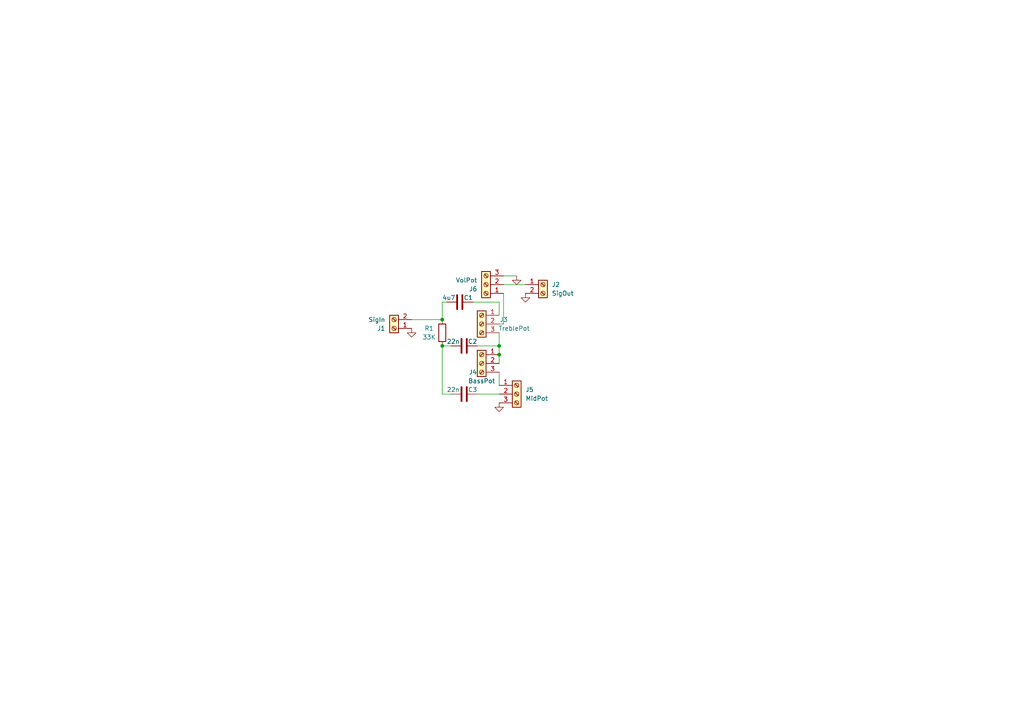
<source format=kicad_sch>
(kicad_sch (version 20230121) (generator eeschema)
  (paper "A4")
  (lib_symbols
    (symbol "Connector:Screw_Terminal_01x02" (pin_names (offset 1.016) hide)
      (property "Reference" "J" (at 0 2.54 0))
      (property "Value" "Screw_Terminal_01x02" (at 0 -5.08 0))
      (symbol "Screw_Terminal_01x02_1_1"
        (rectangle (start -1.27 1.27) (end 1.27 -3.81) (stroke (width 0.254)) (fill (type background)))
        (circle (center 0 -2.54) (radius 0.635) (stroke (width 0.1524)))
        (polyline (pts (xy -0.5334 -2.2098) (xy 0.3302 -3.048)) (stroke (width 0.1524)))
        (polyline (pts (xy -0.5334 0.3302) (xy 0.3302 -0.508)) (stroke (width 0.1524)))
        (polyline (pts (xy -0.3556 -2.032) (xy 0.508 -2.8702)) (stroke (width 0.1524)))
        (polyline (pts (xy -0.3556 0.508) (xy 0.508 -0.3302)) (stroke (width 0.1524)))
        (circle (center 0 0) (radius 0.635) (stroke (width 0.1524)))
        (pin passive line (at -5.08 0 0) (length 3.81) (name "Pin_1") (number "1"))
        (pin passive line (at -5.08 -2.54 0) (length 3.81) (name "Pin_2") (number "2"))
      )
    )
    (symbol "Connector:Screw_Terminal_01x03" (pin_names (offset 1.016) hide)
      (property "Reference" "J" (at 0 5.08 0))
      (property "Value" "Screw_Terminal_01x03" (at 0 -5.08 0))
      (symbol "Screw_Terminal_01x03_1_1"
        (rectangle (start -1.27 3.81) (end 1.27 -3.81) (stroke (width 0.254)) (fill (type background)))
        (circle (center 0 -2.54) (radius 0.635) (stroke (width 0.1524)))
        (polyline (pts (xy -0.5334 -2.2098) (xy 0.3302 -3.048)) (stroke (width 0.1524)))
        (polyline (pts (xy -0.5334 0.3302) (xy 0.3302 -0.508)) (stroke (width 0.1524)))
        (polyline (pts (xy -0.5334 2.8702) (xy 0.3302 2.032)) (stroke (width 0.1524)))
        (polyline (pts (xy -0.3556 -2.032) (xy 0.508 -2.8702)) (stroke (width 0.1524)))
        (polyline (pts (xy -0.3556 0.508) (xy 0.508 -0.3302)) (stroke (width 0.1524)))
        (polyline (pts (xy -0.3556 3.048) (xy 0.508 2.2098)) (stroke (width 0.1524)))
        (circle (center 0 0) (radius 0.635) (stroke (width 0.1524)))
        (circle (center 0 2.54) (radius 0.635) (stroke (width 0.1524)))
        (pin passive line (at -5.08 2.54 0) (length 3.81) (name "Pin_1") (number "1"))
        (pin passive line (at -5.08 0 0) (length 3.81) (name "Pin_2") (number "2"))
        (pin passive line (at -5.08 -2.54 0) (length 3.81) (name "Pin_3") (number "3"))
      )
    )
    (symbol "Device:C" (pin_numbers hide) (pin_names (offset 0.254))
      (property "Reference" "C" (at 0.635 2.54 0))
      (property "Value" "C" (at 0.635 -2.54 0))
      (symbol "C_0_1"
        (polyline (pts (xy -2.032 -0.762) (xy 2.032 -0.762)) (stroke (width 0.508)))
        (polyline (pts (xy -2.032 0.762) (xy 2.032 0.762)) (stroke (width 0.508)))
      )
      (symbol "C_1_1"
        (pin passive line (at 0 3.81 270) (length 2.794) (name "~") (number "1"))
        (pin passive line (at 0 -3.81 90) (length 2.794) (name "~") (number "2"))
      )
    )
    (symbol "Device:R" (pin_numbers hide) (pin_names (offset 0))
      (property "Reference" "R" (at 2.032 0 90))
      (property "Value" "R" (at 0 0 90))
      (symbol "R_0_1"
        (rectangle (start -1.016 -2.54) (end 1.016 2.54) (stroke (width 0.254)))
      )
      (symbol "R_1_1"
        (pin passive line (at 0 3.81 270) (length 1.27) (name "~") (number "1"))
        (pin passive line (at 0 -3.81 90) (length 1.27) (name "~") (number "2"))
      )
    )
    (symbol "power:GND" (power) (pin_names (offset 0))
      (property "Value" "GND" (at 0 -3.81 0))
      (symbol "GND_0_1"
        (polyline (pts (xy 0 0) (xy 0 -1.27) (xy 1.27 -1.27) (xy 0 -2.54) (xy -1.27 -1.27) (xy 0 -1.27)))
      )
      (symbol "GND_1_1"
        (pin power_in line (at 0 0 270) (length 0) hide (name "GND") (number "1"))
      )
    )
  )
  (junction (at 144.78 100.33))
  (junction (at 144.78 102.87))
  (junction (at 128.27 100.33))
  (junction (at 128.27 92.71))
  (wire (pts (xy 146.05 80.01) (xy 149.86 80.01)))
  (wire (pts (xy 144.78 87.63) (xy 137.16 87.63)))
  (wire (pts (xy 144.78 93.98) (xy 146.05 93.98)))
  (wire (pts (xy 138.43 114.3) (xy 144.78 114.3)))
  (wire (pts (xy 146.05 82.55) (xy 152.4 82.55)))
  (wire (pts (xy 144.78 107.95) (xy 144.78 111.76)))
  (wire (pts (xy 144.78 87.63) (xy 144.78 91.44)))
  (wire (pts (xy 144.78 96.52) (xy 144.78 100.33)))
  (wire (pts (xy 128.27 114.3) (xy 130.81 114.3)))
  (wire (pts (xy 128.27 100.33) (xy 128.27 114.3)))
  (wire (pts (xy 119.38 92.71) (xy 128.27 92.71)))
  (wire (pts (xy 144.78 102.87) (xy 144.78 105.41)))
  (wire (pts (xy 128.27 87.63) (xy 128.27 92.71)))
  (wire (pts (xy 138.43 100.33) (xy 144.78 100.33)))
  (wire (pts (xy 146.05 85.09) (xy 146.05 93.98)))
  (wire (pts (xy 144.78 100.33) (xy 144.78 102.87)))
  (wire (pts (xy 129.54 87.63) (xy 128.27 87.63)))
  (wire (pts (xy 130.81 100.33) (xy 128.27 100.33)))
  (symbol (lib_id "Connector:Screw_Terminal_01x03") (at 140.97 82.55 180) (unit 1)
    (property "Reference" "J6" (at 138.43 83.82 0) (effects (justify left)))
    (property "Value" "VolPot" (at 138.43 81.28 0) (effects (justify left)))
    (property "Footprint" "Connector_Molex:Molex_Micro-Fit_3.0_43650-0315_1x03_P3.00mm_Vertical" (effects hide))
  )
  (symbol (lib_id "Device:R") (at 128.27 96.52 180) (unit 1)
    (property "Reference" "R1" (at 124.46 95.25 0))
    (property "Value" "33K" (at 124.46 97.79 0))
    (property "Footprint" "Resistor_THT:R_Axial_DIN0309_L9.0mm_D3.2mm_P12.70mm_Horizontal" (effects hide))
  )
  (symbol (lib_id "Connector:Screw_Terminal_01x02") (at 157.48 82.55 0) (unit 1)
    (property "Reference" "J2" (at 160.02 82.55 0) (effects (justify left)))
    (property "Value" "SigOut" (at 160.02 85.09 0) (effects (justify left)))
    (property "Footprint" "Connector_Molex:Molex_Micro-Fit_3.0_43650-0200_1x02_P3.00mm_Horizontal" (effects hide))
  )
  (symbol (lib_id "power:GND") (at 144.78 116.84 0) (unit 1)
    (property "Reference" "#PWR02" (effects hide))
    (property "Value" "GND" (effects hide))
  )
  (symbol (lib_id "power:GND") (at 149.86 80.01 0) (unit 1)
    (property "Reference" "#PWR01" (effects hide))
    (property "Value" "GND" (effects hide))
  )
  (symbol (lib_id "power:GND") (at 119.38 95.25 0) (unit 1)
    (property "Reference" "#PWR03" (effects hide))
    (property "Value" "GND" (effects hide))
  )
  (symbol (lib_id "Device:C") (at 133.35 87.63 90) (unit 1)
    (property "Reference" "C1" (at 137.16 86.36 90) (effects (justify left)))
    (property "Value" "4u7" (at 132.08 86.36 90) (effects (justify left)))
    (property "Footprint" "CustomFootprints:FG26 Cap" (effects hide))
  )
  (symbol (lib_id "Connector:Screw_Terminal_01x02") (at 114.3 95.25 180) (unit 1)
    (property "Reference" "J1" (at 111.76 95.25 0) (effects (justify left)))
    (property "Value" "SigIn" (at 111.76 92.71 0) (effects (justify left)))
    (property "Footprint" "Connector_Molex:Molex_Micro-Fit_3.0_43650-0200_1x02_P3.00mm_Horizontal" (effects hide))
  )
  (symbol (lib_id "power:GND") (at 152.4 85.09 0) (unit 1)
    (property "Reference" "#PWR04" (effects hide))
    (property "Value" "GND" (effects hide))
  )
  (symbol (lib_id "Device:C") (at 134.62 100.33 90) (unit 1)
    (property "Reference" "C2" (at 138.43 99.06 90) (effects (justify left)))
    (property "Value" "22n" (at 133.35 99.06 90) (effects (justify left)))
    (property "Footprint" "CustomFootprints:FG26 Cap" (effects hide))
  )
  (symbol (lib_id "Connector:Screw_Terminal_01x03") (at 139.7 93.98 0) (mirror y) (unit 1)
    (property "Reference" "J3" (at 147.32 92.71 0) (effects (justify left)))
    (property "Value" "TreblePot" (at 153.67 95.25 0) (effects (justify left)))
    (property "Footprint" "Connector_Molex:Molex_Micro-Fit_3.0_43650-0315_1x03_P3.00mm_Vertical" (effects hide))
  )
  (symbol (lib_id "Connector:Screw_Terminal_01x03") (at 139.7 105.41 0) (mirror y) (unit 1)
    (property "Reference" "J4" (at 137.16 107.95 0))
    (property "Value" "BassPot" (at 139.7 110.49 0))
    (property "Footprint" "Connector_Molex:Molex_Micro-Fit_3.0_43650-0315_1x03_P3.00mm_Vertical" (effects hide))
  )
  (symbol (lib_id "Connector:Screw_Terminal_01x03") (at 149.86 114.3 0) (unit 1)
    (property "Reference" "J5" (at 152.4 113.03 0) (effects (justify left)))
    (property "Value" "MidPot" (at 152.4 115.57 0) (effects (justify left)))
    (property "Footprint" "Connector_Molex:Molex_Micro-Fit_3.0_43650-0315_1x03_P3.00mm_Vertical" (effects hide))
  )
  (symbol (lib_id "Device:C") (at 134.62 114.3 90) (unit 1)
    (property "Reference" "C3" (at 138.43 113.03 90) (effects (justify left)))
    (property "Value" "22n" (at 133.35 113.03 90) (effects (justify left)))
    (property "Footprint" "CustomFootprints:FG26 Cap" (effects hide))
  )
)
</source>
